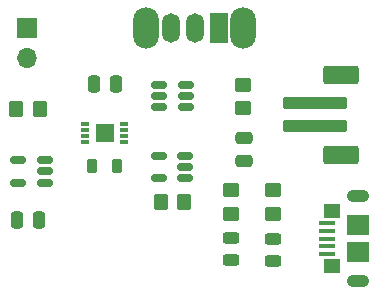
<source format=gts>
G04 #@! TF.GenerationSoftware,KiCad,Pcbnew,(6.0.10)*
G04 #@! TF.CreationDate,2023-02-14T21:15:34-05:00*
G04 #@! TF.ProjectId,lipo_charger,6c69706f-5f63-4686-9172-6765722e6b69,rev?*
G04 #@! TF.SameCoordinates,Original*
G04 #@! TF.FileFunction,Soldermask,Top*
G04 #@! TF.FilePolarity,Negative*
%FSLAX46Y46*%
G04 Gerber Fmt 4.6, Leading zero omitted, Abs format (unit mm)*
G04 Created by KiCad (PCBNEW (6.0.10)) date 2023-02-14 21:15:34*
%MOMM*%
%LPD*%
G01*
G04 APERTURE LIST*
G04 Aperture macros list*
%AMRoundRect*
0 Rectangle with rounded corners*
0 $1 Rounding radius*
0 $2 $3 $4 $5 $6 $7 $8 $9 X,Y pos of 4 corners*
0 Add a 4 corners polygon primitive as box body*
4,1,4,$2,$3,$4,$5,$6,$7,$8,$9,$2,$3,0*
0 Add four circle primitives for the rounded corners*
1,1,$1+$1,$2,$3*
1,1,$1+$1,$4,$5*
1,1,$1+$1,$6,$7*
1,1,$1+$1,$8,$9*
0 Add four rect primitives between the rounded corners*
20,1,$1+$1,$2,$3,$4,$5,0*
20,1,$1+$1,$4,$5,$6,$7,0*
20,1,$1+$1,$6,$7,$8,$9,0*
20,1,$1+$1,$8,$9,$2,$3,0*%
G04 Aperture macros list end*
%ADD10R,1.700000X1.700000*%
%ADD11O,1.700000X1.700000*%
%ADD12RoundRect,0.150000X0.512500X0.150000X-0.512500X0.150000X-0.512500X-0.150000X0.512500X-0.150000X0*%
%ADD13RoundRect,0.250000X-2.500000X0.250000X-2.500000X-0.250000X2.500000X-0.250000X2.500000X0.250000X0*%
%ADD14RoundRect,0.250000X-1.250000X0.550000X-1.250000X-0.550000X1.250000X-0.550000X1.250000X0.550000X0*%
%ADD15O,2.200000X3.500000*%
%ADD16R,1.500000X2.500000*%
%ADD17O,1.500000X2.500000*%
%ADD18RoundRect,0.250000X0.250000X0.475000X-0.250000X0.475000X-0.250000X-0.475000X0.250000X-0.475000X0*%
%ADD19RoundRect,0.250000X-0.350000X-0.450000X0.350000X-0.450000X0.350000X0.450000X-0.350000X0.450000X0*%
%ADD20RoundRect,0.250000X-0.450000X0.350000X-0.450000X-0.350000X0.450000X-0.350000X0.450000X0.350000X0*%
%ADD21RoundRect,0.243750X0.456250X-0.243750X0.456250X0.243750X-0.456250X0.243750X-0.456250X-0.243750X0*%
%ADD22R,0.750000X0.300000*%
%ADD23R,1.600000X1.500000*%
%ADD24RoundRect,0.218750X-0.218750X-0.381250X0.218750X-0.381250X0.218750X0.381250X-0.218750X0.381250X0*%
%ADD25RoundRect,0.250000X0.475000X-0.250000X0.475000X0.250000X-0.475000X0.250000X-0.475000X-0.250000X0*%
%ADD26R,1.400000X0.400000*%
%ADD27O,1.900000X1.050000*%
%ADD28R,1.900000X1.750000*%
%ADD29R,1.450000X1.150000*%
G04 APERTURE END LIST*
D10*
X135382000Y-104140000D03*
D11*
X135382000Y-106680000D03*
D12*
X136937500Y-117250000D03*
X136937500Y-116300000D03*
X136937500Y-115350000D03*
X134662500Y-115350000D03*
X134662500Y-117250000D03*
D13*
X159782000Y-110490000D03*
X159782000Y-112490000D03*
D14*
X162032000Y-108090000D03*
X162032000Y-114890000D03*
D15*
X145538000Y-104140000D03*
X153738000Y-104140000D03*
D16*
X151638000Y-104140000D03*
D17*
X149638000Y-104140000D03*
X147638000Y-104140000D03*
D18*
X136450000Y-120400000D03*
X134550000Y-120400000D03*
D12*
X148863900Y-110855800D03*
X148863900Y-109905800D03*
X148863900Y-108955800D03*
X146588900Y-108955800D03*
X146588900Y-109905800D03*
X146588900Y-110855800D03*
D19*
X146726400Y-118872000D03*
X148726400Y-118872000D03*
X134500000Y-111000000D03*
X136500000Y-111000000D03*
D20*
X152654000Y-117872000D03*
X152654000Y-119872000D03*
D21*
X152654000Y-123795000D03*
X152654000Y-121920000D03*
D22*
X140354900Y-112288600D03*
X140354900Y-112788600D03*
X140354900Y-113288600D03*
X140354900Y-113788600D03*
X143659900Y-113788600D03*
X143659900Y-113288600D03*
X143659900Y-112788600D03*
X143659900Y-112288600D03*
D23*
X142029900Y-113038600D03*
D21*
X156210000Y-123873500D03*
X156210000Y-121998500D03*
D24*
X140923500Y-115798600D03*
X143048500Y-115798600D03*
D25*
X153822400Y-115377000D03*
X153822400Y-113477000D03*
D12*
X148838500Y-116850200D03*
X148838500Y-115900200D03*
X148838500Y-114950200D03*
X146563500Y-114950200D03*
X146563500Y-116850200D03*
D20*
X153695400Y-108956600D03*
X153695400Y-110956600D03*
X156210000Y-117872000D03*
X156210000Y-119872000D03*
D18*
X142961400Y-108864400D03*
X141061400Y-108864400D03*
D26*
X160830000Y-123280000D03*
X160830000Y-122630000D03*
X160830000Y-121980000D03*
X160830000Y-121330000D03*
X160830000Y-120680000D03*
D27*
X163480000Y-118405000D03*
D28*
X163480000Y-123105000D03*
X163480000Y-120855000D03*
D29*
X161250000Y-124300000D03*
X161250000Y-119660000D03*
D27*
X163480000Y-125555000D03*
M02*

</source>
